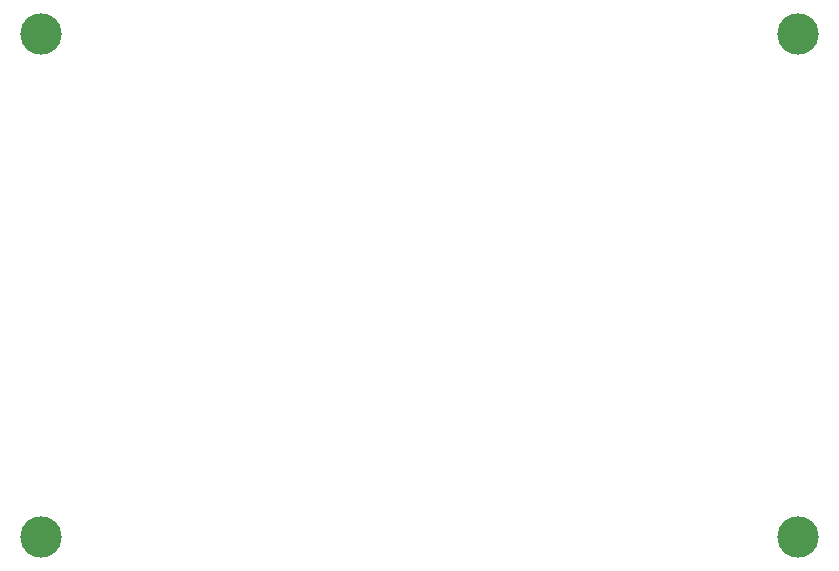
<source format=gbl>
G04 #@! TF.GenerationSoftware,KiCad,Pcbnew,(5.1.8)-1*
G04 #@! TF.CreationDate,2021-05-19T23:09:36+02:00*
G04 #@! TF.ProjectId,C64 XUM1541-II FA1,43363420-5855-44d3-9135-34312d494920,rev?*
G04 #@! TF.SameCoordinates,Original*
G04 #@! TF.FileFunction,Copper,L2,Bot*
G04 #@! TF.FilePolarity,Positive*
%FSLAX46Y46*%
G04 Gerber Fmt 4.6, Leading zero omitted, Abs format (unit mm)*
G04 Created by KiCad (PCBNEW (5.1.8)-1) date 2021-05-19 23:09:36*
%MOMM*%
%LPD*%
G01*
G04 APERTURE LIST*
G04 #@! TA.AperFunction,ComponentPad*
%ADD10C,3.500000*%
G04 #@! TD*
G04 APERTURE END LIST*
D10*
X102870000Y-100330000D03*
X167005000Y-100330000D03*
X167005000Y-57785000D03*
X102870000Y-57785000D03*
M02*

</source>
